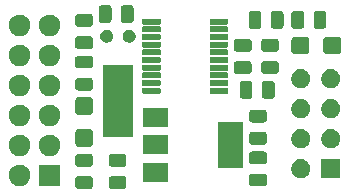
<source format=gts>
G04 #@! TF.GenerationSoftware,KiCad,Pcbnew,(5.1.5)-3*
G04 #@! TF.CreationDate,2020-03-15T16:40:33+08:00*
G04 #@! TF.ProjectId,InHub_Sub,496e4875-625f-4537-9562-2e6b69636164,rev?*
G04 #@! TF.SameCoordinates,Original*
G04 #@! TF.FileFunction,Soldermask,Top*
G04 #@! TF.FilePolarity,Negative*
%FSLAX46Y46*%
G04 Gerber Fmt 4.6, Leading zero omitted, Abs format (unit mm)*
G04 Created by KiCad (PCBNEW (5.1.5)-3) date 2020-03-15 16:40:33*
%MOMM*%
%LPD*%
G04 APERTURE LIST*
%ADD10C,0.100000*%
G04 APERTURE END LIST*
D10*
G36*
X58766376Y-89608789D02*
G01*
X58813279Y-89623016D01*
X58856499Y-89646118D01*
X58894387Y-89677213D01*
X58925482Y-89715101D01*
X58948584Y-89758321D01*
X58962811Y-89805224D01*
X58967800Y-89855877D01*
X58967800Y-90428723D01*
X58962811Y-90479376D01*
X58948584Y-90526279D01*
X58925482Y-90569499D01*
X58894387Y-90607387D01*
X58856499Y-90638482D01*
X58813279Y-90661584D01*
X58766376Y-90675811D01*
X58715723Y-90680800D01*
X57717877Y-90680800D01*
X57667224Y-90675811D01*
X57620321Y-90661584D01*
X57577101Y-90638482D01*
X57539213Y-90607387D01*
X57508118Y-90569499D01*
X57485016Y-90526279D01*
X57470789Y-90479376D01*
X57465800Y-90428723D01*
X57465800Y-89855877D01*
X57470789Y-89805224D01*
X57485016Y-89758321D01*
X57508118Y-89715101D01*
X57539213Y-89677213D01*
X57577101Y-89646118D01*
X57620321Y-89623016D01*
X57667224Y-89608789D01*
X57717877Y-89603800D01*
X58715723Y-89603800D01*
X58766376Y-89608789D01*
G37*
G36*
X55928076Y-89608789D02*
G01*
X55974979Y-89623016D01*
X56018199Y-89646118D01*
X56056087Y-89677213D01*
X56087182Y-89715101D01*
X56110284Y-89758321D01*
X56124511Y-89805224D01*
X56129500Y-89855877D01*
X56129500Y-90428723D01*
X56124511Y-90479376D01*
X56110284Y-90526279D01*
X56087182Y-90569499D01*
X56056087Y-90607387D01*
X56018199Y-90638482D01*
X55974979Y-90661584D01*
X55928076Y-90675811D01*
X55877423Y-90680800D01*
X54879577Y-90680800D01*
X54828924Y-90675811D01*
X54782021Y-90661584D01*
X54738801Y-90638482D01*
X54700913Y-90607387D01*
X54669818Y-90569499D01*
X54646716Y-90526279D01*
X54632489Y-90479376D01*
X54627500Y-90428723D01*
X54627500Y-89855877D01*
X54632489Y-89805224D01*
X54646716Y-89758321D01*
X54669818Y-89715101D01*
X54700913Y-89677213D01*
X54738801Y-89646118D01*
X54782021Y-89623016D01*
X54828924Y-89608789D01*
X54879577Y-89603800D01*
X55877423Y-89603800D01*
X55928076Y-89608789D01*
G37*
G36*
X70653576Y-89392889D02*
G01*
X70700479Y-89407116D01*
X70743699Y-89430218D01*
X70781587Y-89461313D01*
X70812682Y-89499201D01*
X70835784Y-89542421D01*
X70850011Y-89589324D01*
X70855000Y-89639977D01*
X70855000Y-90212823D01*
X70850011Y-90263476D01*
X70835784Y-90310379D01*
X70812682Y-90353599D01*
X70781587Y-90391487D01*
X70743699Y-90422582D01*
X70700479Y-90445684D01*
X70653576Y-90459911D01*
X70602923Y-90464900D01*
X69605077Y-90464900D01*
X69554424Y-90459911D01*
X69507521Y-90445684D01*
X69464301Y-90422582D01*
X69426413Y-90391487D01*
X69395318Y-90353599D01*
X69372216Y-90310379D01*
X69357989Y-90263476D01*
X69353000Y-90212823D01*
X69353000Y-89639977D01*
X69357989Y-89589324D01*
X69372216Y-89542421D01*
X69395318Y-89499201D01*
X69426413Y-89461313D01*
X69464301Y-89430218D01*
X69507521Y-89407116D01*
X69554424Y-89392889D01*
X69605077Y-89387900D01*
X70602923Y-89387900D01*
X70653576Y-89392889D01*
G37*
G36*
X50180512Y-88670424D02*
G01*
X50344484Y-88738344D01*
X50492054Y-88836947D01*
X50617553Y-88962446D01*
X50716156Y-89110016D01*
X50784076Y-89273988D01*
X50818700Y-89448059D01*
X50818700Y-89625541D01*
X50784076Y-89799612D01*
X50716156Y-89963584D01*
X50617553Y-90111154D01*
X50492054Y-90236653D01*
X50344484Y-90335256D01*
X50180512Y-90403176D01*
X50006441Y-90437800D01*
X49828959Y-90437800D01*
X49654888Y-90403176D01*
X49490916Y-90335256D01*
X49343346Y-90236653D01*
X49217847Y-90111154D01*
X49119244Y-89963584D01*
X49051324Y-89799612D01*
X49016700Y-89625541D01*
X49016700Y-89448059D01*
X49051324Y-89273988D01*
X49119244Y-89110016D01*
X49217847Y-88962446D01*
X49343346Y-88836947D01*
X49490916Y-88738344D01*
X49654888Y-88670424D01*
X49828959Y-88635800D01*
X50006441Y-88635800D01*
X50180512Y-88670424D01*
G37*
G36*
X53358700Y-90437800D02*
G01*
X51556700Y-90437800D01*
X51556700Y-88635800D01*
X53358700Y-88635800D01*
X53358700Y-90437800D01*
G37*
G36*
X62493200Y-90070600D02*
G01*
X60391200Y-90070600D01*
X60391200Y-88468600D01*
X62493200Y-88468600D01*
X62493200Y-90070600D01*
G37*
G36*
X77076500Y-89789200D02*
G01*
X75450500Y-89789200D01*
X75450500Y-88163200D01*
X77076500Y-88163200D01*
X77076500Y-89789200D01*
G37*
G36*
X73960643Y-88194443D02*
G01*
X74108601Y-88255729D01*
X74197573Y-88315178D01*
X74241757Y-88344701D01*
X74354999Y-88457943D01*
X74368801Y-88478599D01*
X74443971Y-88591099D01*
X74500238Y-88726939D01*
X74505257Y-88739057D01*
X74524729Y-88836947D01*
X74536500Y-88896127D01*
X74536500Y-89056273D01*
X74505257Y-89213343D01*
X74443971Y-89361301D01*
X74397922Y-89430218D01*
X74354999Y-89494457D01*
X74241757Y-89607699D01*
X74218833Y-89623016D01*
X74108601Y-89696671D01*
X74043919Y-89723463D01*
X73960643Y-89757957D01*
X73803574Y-89789200D01*
X73643426Y-89789200D01*
X73486357Y-89757957D01*
X73403081Y-89723463D01*
X73338399Y-89696671D01*
X73228167Y-89623016D01*
X73205243Y-89607699D01*
X73092001Y-89494457D01*
X73049078Y-89430218D01*
X73003029Y-89361301D01*
X72941743Y-89213343D01*
X72910500Y-89056273D01*
X72910500Y-88896127D01*
X72922272Y-88836947D01*
X72941743Y-88739057D01*
X72946762Y-88726939D01*
X73003029Y-88591099D01*
X73078199Y-88478599D01*
X73092001Y-88457943D01*
X73205243Y-88344701D01*
X73249427Y-88315178D01*
X73338399Y-88255729D01*
X73486357Y-88194443D01*
X73643426Y-88163200D01*
X73803574Y-88163200D01*
X73960643Y-88194443D01*
G37*
G36*
X68793200Y-88920600D02*
G01*
X66691200Y-88920600D01*
X66691200Y-85018600D01*
X68793200Y-85018600D01*
X68793200Y-88920600D01*
G37*
G36*
X55928076Y-87733789D02*
G01*
X55974979Y-87748016D01*
X56018199Y-87771118D01*
X56056087Y-87802213D01*
X56087182Y-87840101D01*
X56110284Y-87883321D01*
X56124511Y-87930224D01*
X56129500Y-87980877D01*
X56129500Y-88553723D01*
X56124511Y-88604376D01*
X56110284Y-88651279D01*
X56087182Y-88694499D01*
X56056087Y-88732387D01*
X56018199Y-88763482D01*
X55974979Y-88786584D01*
X55928076Y-88800811D01*
X55877423Y-88805800D01*
X54879577Y-88805800D01*
X54828924Y-88800811D01*
X54782021Y-88786584D01*
X54738801Y-88763482D01*
X54700913Y-88732387D01*
X54669818Y-88694499D01*
X54646716Y-88651279D01*
X54632489Y-88604376D01*
X54627500Y-88553723D01*
X54627500Y-87980877D01*
X54632489Y-87930224D01*
X54646716Y-87883321D01*
X54669818Y-87840101D01*
X54700913Y-87802213D01*
X54738801Y-87771118D01*
X54782021Y-87748016D01*
X54828924Y-87733789D01*
X54879577Y-87728800D01*
X55877423Y-87728800D01*
X55928076Y-87733789D01*
G37*
G36*
X58766376Y-87733789D02*
G01*
X58813279Y-87748016D01*
X58856499Y-87771118D01*
X58894387Y-87802213D01*
X58925482Y-87840101D01*
X58948584Y-87883321D01*
X58962811Y-87930224D01*
X58967800Y-87980877D01*
X58967800Y-88553723D01*
X58962811Y-88604376D01*
X58948584Y-88651279D01*
X58925482Y-88694499D01*
X58894387Y-88732387D01*
X58856499Y-88763482D01*
X58813279Y-88786584D01*
X58766376Y-88800811D01*
X58715723Y-88805800D01*
X57717877Y-88805800D01*
X57667224Y-88800811D01*
X57620321Y-88786584D01*
X57577101Y-88763482D01*
X57539213Y-88732387D01*
X57508118Y-88694499D01*
X57485016Y-88651279D01*
X57470789Y-88604376D01*
X57465800Y-88553723D01*
X57465800Y-87980877D01*
X57470789Y-87930224D01*
X57485016Y-87883321D01*
X57508118Y-87840101D01*
X57539213Y-87802213D01*
X57577101Y-87771118D01*
X57620321Y-87748016D01*
X57667224Y-87733789D01*
X57717877Y-87728800D01*
X58715723Y-87728800D01*
X58766376Y-87733789D01*
G37*
G36*
X70653576Y-87517889D02*
G01*
X70700479Y-87532116D01*
X70743699Y-87555218D01*
X70781587Y-87586313D01*
X70812682Y-87624201D01*
X70835784Y-87667421D01*
X70850011Y-87714324D01*
X70855000Y-87764977D01*
X70855000Y-88337823D01*
X70850011Y-88388476D01*
X70835784Y-88435379D01*
X70812682Y-88478599D01*
X70781587Y-88516487D01*
X70743699Y-88547582D01*
X70700479Y-88570684D01*
X70653576Y-88584911D01*
X70602923Y-88589900D01*
X69605077Y-88589900D01*
X69554424Y-88584911D01*
X69507521Y-88570684D01*
X69464301Y-88547582D01*
X69426413Y-88516487D01*
X69395318Y-88478599D01*
X69372216Y-88435379D01*
X69357989Y-88388476D01*
X69353000Y-88337823D01*
X69353000Y-87764977D01*
X69357989Y-87714324D01*
X69372216Y-87667421D01*
X69395318Y-87624201D01*
X69426413Y-87586313D01*
X69464301Y-87555218D01*
X69507521Y-87532116D01*
X69554424Y-87517889D01*
X69605077Y-87512900D01*
X70602923Y-87512900D01*
X70653576Y-87517889D01*
G37*
G36*
X52720512Y-86130424D02*
G01*
X52884484Y-86198344D01*
X53032054Y-86296947D01*
X53157553Y-86422446D01*
X53256156Y-86570016D01*
X53324076Y-86733988D01*
X53358700Y-86908059D01*
X53358700Y-87085541D01*
X53324076Y-87259612D01*
X53256156Y-87423584D01*
X53157553Y-87571154D01*
X53032054Y-87696653D01*
X52884484Y-87795256D01*
X52720512Y-87863176D01*
X52546441Y-87897800D01*
X52368959Y-87897800D01*
X52194888Y-87863176D01*
X52030916Y-87795256D01*
X51883346Y-87696653D01*
X51757847Y-87571154D01*
X51659244Y-87423584D01*
X51591324Y-87259612D01*
X51556700Y-87085541D01*
X51556700Y-86908059D01*
X51591324Y-86733988D01*
X51659244Y-86570016D01*
X51757847Y-86422446D01*
X51883346Y-86296947D01*
X52030916Y-86198344D01*
X52194888Y-86130424D01*
X52368959Y-86095800D01*
X52546441Y-86095800D01*
X52720512Y-86130424D01*
G37*
G36*
X50180512Y-86130424D02*
G01*
X50344484Y-86198344D01*
X50492054Y-86296947D01*
X50617553Y-86422446D01*
X50716156Y-86570016D01*
X50784076Y-86733988D01*
X50818700Y-86908059D01*
X50818700Y-87085541D01*
X50784076Y-87259612D01*
X50716156Y-87423584D01*
X50617553Y-87571154D01*
X50492054Y-87696653D01*
X50344484Y-87795256D01*
X50180512Y-87863176D01*
X50006441Y-87897800D01*
X49828959Y-87897800D01*
X49654888Y-87863176D01*
X49490916Y-87795256D01*
X49343346Y-87696653D01*
X49217847Y-87571154D01*
X49119244Y-87423584D01*
X49051324Y-87259612D01*
X49016700Y-87085541D01*
X49016700Y-86908059D01*
X49051324Y-86733988D01*
X49119244Y-86570016D01*
X49217847Y-86422446D01*
X49343346Y-86296947D01*
X49490916Y-86198344D01*
X49654888Y-86130424D01*
X49828959Y-86095800D01*
X50006441Y-86095800D01*
X50180512Y-86130424D01*
G37*
G36*
X62493200Y-87770600D02*
G01*
X60391200Y-87770600D01*
X60391200Y-86168600D01*
X62493200Y-86168600D01*
X62493200Y-87770600D01*
G37*
G36*
X76500643Y-85654443D02*
G01*
X76648601Y-85715729D01*
X76734186Y-85772915D01*
X76781757Y-85804701D01*
X76894999Y-85917943D01*
X76924522Y-85962127D01*
X76983971Y-86051099D01*
X77013371Y-86122077D01*
X77045257Y-86199057D01*
X77067942Y-86313100D01*
X77076500Y-86356127D01*
X77076500Y-86516273D01*
X77045257Y-86673343D01*
X76983971Y-86821301D01*
X76926001Y-86908059D01*
X76894999Y-86954457D01*
X76781757Y-87067699D01*
X76759996Y-87082239D01*
X76648601Y-87156671D01*
X76500643Y-87217957D01*
X76343574Y-87249200D01*
X76183426Y-87249200D01*
X76026357Y-87217957D01*
X75878399Y-87156671D01*
X75767004Y-87082239D01*
X75745243Y-87067699D01*
X75632001Y-86954457D01*
X75600999Y-86908059D01*
X75543029Y-86821301D01*
X75481743Y-86673343D01*
X75450500Y-86516273D01*
X75450500Y-86356127D01*
X75459059Y-86313100D01*
X75481743Y-86199057D01*
X75513629Y-86122077D01*
X75543029Y-86051099D01*
X75602478Y-85962127D01*
X75632001Y-85917943D01*
X75745243Y-85804701D01*
X75792814Y-85772915D01*
X75878399Y-85715729D01*
X76026357Y-85654443D01*
X76183426Y-85623200D01*
X76343574Y-85623200D01*
X76500643Y-85654443D01*
G37*
G36*
X73960643Y-85654443D02*
G01*
X74108601Y-85715729D01*
X74194186Y-85772915D01*
X74241757Y-85804701D01*
X74354999Y-85917943D01*
X74384522Y-85962127D01*
X74443971Y-86051099D01*
X74473371Y-86122077D01*
X74505257Y-86199057D01*
X74527942Y-86313100D01*
X74536500Y-86356127D01*
X74536500Y-86516273D01*
X74505257Y-86673343D01*
X74443971Y-86821301D01*
X74386001Y-86908059D01*
X74354999Y-86954457D01*
X74241757Y-87067699D01*
X74219996Y-87082239D01*
X74108601Y-87156671D01*
X73960643Y-87217957D01*
X73803574Y-87249200D01*
X73643426Y-87249200D01*
X73486357Y-87217957D01*
X73338399Y-87156671D01*
X73227004Y-87082239D01*
X73205243Y-87067699D01*
X73092001Y-86954457D01*
X73060999Y-86908059D01*
X73003029Y-86821301D01*
X72941743Y-86673343D01*
X72910500Y-86516273D01*
X72910500Y-86356127D01*
X72919059Y-86313100D01*
X72941743Y-86199057D01*
X72973629Y-86122077D01*
X73003029Y-86051099D01*
X73062478Y-85962127D01*
X73092001Y-85917943D01*
X73205243Y-85804701D01*
X73252814Y-85772915D01*
X73338399Y-85715729D01*
X73486357Y-85654443D01*
X73643426Y-85623200D01*
X73803574Y-85623200D01*
X73960643Y-85654443D01*
G37*
G36*
X55907342Y-85626553D02*
G01*
X55953251Y-85640479D01*
X55995558Y-85663093D01*
X56032641Y-85693525D01*
X56063073Y-85730608D01*
X56085687Y-85772915D01*
X56099613Y-85818824D01*
X56104500Y-85868443D01*
X56104500Y-86876889D01*
X56099613Y-86926508D01*
X56085687Y-86972417D01*
X56063073Y-87014724D01*
X56032641Y-87051807D01*
X55995558Y-87082239D01*
X55953251Y-87104853D01*
X55907342Y-87118779D01*
X55857723Y-87123666D01*
X54899277Y-87123666D01*
X54849658Y-87118779D01*
X54803749Y-87104853D01*
X54761442Y-87082239D01*
X54724359Y-87051807D01*
X54693927Y-87014724D01*
X54671313Y-86972417D01*
X54657387Y-86926508D01*
X54652500Y-86876889D01*
X54652500Y-85868443D01*
X54657387Y-85818824D01*
X54671313Y-85772915D01*
X54693927Y-85730608D01*
X54724359Y-85693525D01*
X54761442Y-85663093D01*
X54803749Y-85640479D01*
X54849658Y-85626553D01*
X54899277Y-85621666D01*
X55857723Y-85621666D01*
X55907342Y-85626553D01*
G37*
G36*
X70653576Y-85874989D02*
G01*
X70700479Y-85889216D01*
X70743699Y-85912318D01*
X70781587Y-85943413D01*
X70812682Y-85981301D01*
X70835784Y-86024521D01*
X70850011Y-86071424D01*
X70855000Y-86122077D01*
X70855000Y-86694923D01*
X70850011Y-86745576D01*
X70835784Y-86792479D01*
X70812682Y-86835699D01*
X70781587Y-86873587D01*
X70743699Y-86904682D01*
X70700479Y-86927784D01*
X70653576Y-86942011D01*
X70602923Y-86947000D01*
X69605077Y-86947000D01*
X69554424Y-86942011D01*
X69507521Y-86927784D01*
X69464301Y-86904682D01*
X69426413Y-86873587D01*
X69395318Y-86835699D01*
X69372216Y-86792479D01*
X69357989Y-86745576D01*
X69353000Y-86694923D01*
X69353000Y-86122077D01*
X69357989Y-86071424D01*
X69372216Y-86024521D01*
X69395318Y-85981301D01*
X69426413Y-85943413D01*
X69464301Y-85912318D01*
X69507521Y-85889216D01*
X69554424Y-85874989D01*
X69605077Y-85870000D01*
X70602923Y-85870000D01*
X70653576Y-85874989D01*
G37*
G36*
X59545600Y-86313100D02*
G01*
X56943600Y-86313100D01*
X56943600Y-80211100D01*
X59545600Y-80211100D01*
X59545600Y-86313100D01*
G37*
G36*
X62493200Y-85470600D02*
G01*
X60391200Y-85470600D01*
X60391200Y-83868600D01*
X62493200Y-83868600D01*
X62493200Y-85470600D01*
G37*
G36*
X50180512Y-83590424D02*
G01*
X50344484Y-83658344D01*
X50492054Y-83756947D01*
X50617553Y-83882446D01*
X50716156Y-84030016D01*
X50784076Y-84193988D01*
X50818700Y-84368059D01*
X50818700Y-84545541D01*
X50784076Y-84719612D01*
X50716156Y-84883584D01*
X50617553Y-85031154D01*
X50492054Y-85156653D01*
X50344484Y-85255256D01*
X50180512Y-85323176D01*
X50006441Y-85357800D01*
X49828959Y-85357800D01*
X49654888Y-85323176D01*
X49490916Y-85255256D01*
X49343346Y-85156653D01*
X49217847Y-85031154D01*
X49119244Y-84883584D01*
X49051324Y-84719612D01*
X49016700Y-84545541D01*
X49016700Y-84368059D01*
X49051324Y-84193988D01*
X49119244Y-84030016D01*
X49217847Y-83882446D01*
X49343346Y-83756947D01*
X49490916Y-83658344D01*
X49654888Y-83590424D01*
X49828959Y-83555800D01*
X50006441Y-83555800D01*
X50180512Y-83590424D01*
G37*
G36*
X52720512Y-83590424D02*
G01*
X52884484Y-83658344D01*
X53032054Y-83756947D01*
X53157553Y-83882446D01*
X53256156Y-84030016D01*
X53324076Y-84193988D01*
X53358700Y-84368059D01*
X53358700Y-84545541D01*
X53324076Y-84719612D01*
X53256156Y-84883584D01*
X53157553Y-85031154D01*
X53032054Y-85156653D01*
X52884484Y-85255256D01*
X52720512Y-85323176D01*
X52546441Y-85357800D01*
X52368959Y-85357800D01*
X52194888Y-85323176D01*
X52030916Y-85255256D01*
X51883346Y-85156653D01*
X51757847Y-85031154D01*
X51659244Y-84883584D01*
X51591324Y-84719612D01*
X51556700Y-84545541D01*
X51556700Y-84368059D01*
X51591324Y-84193988D01*
X51659244Y-84030016D01*
X51757847Y-83882446D01*
X51883346Y-83756947D01*
X52030916Y-83658344D01*
X52194888Y-83590424D01*
X52368959Y-83555800D01*
X52546441Y-83555800D01*
X52720512Y-83590424D01*
G37*
G36*
X70653576Y-83999989D02*
G01*
X70700479Y-84014216D01*
X70743699Y-84037318D01*
X70781587Y-84068413D01*
X70812682Y-84106301D01*
X70835784Y-84149521D01*
X70850011Y-84196424D01*
X70855000Y-84247077D01*
X70855000Y-84819923D01*
X70850011Y-84870576D01*
X70835784Y-84917479D01*
X70812682Y-84960699D01*
X70781587Y-84998587D01*
X70743699Y-85029682D01*
X70700479Y-85052784D01*
X70653576Y-85067011D01*
X70602923Y-85072000D01*
X69605077Y-85072000D01*
X69554424Y-85067011D01*
X69507521Y-85052784D01*
X69464301Y-85029682D01*
X69426413Y-84998587D01*
X69395318Y-84960699D01*
X69372216Y-84917479D01*
X69357989Y-84870576D01*
X69353000Y-84819923D01*
X69353000Y-84247077D01*
X69357989Y-84196424D01*
X69372216Y-84149521D01*
X69395318Y-84106301D01*
X69426413Y-84068413D01*
X69464301Y-84037318D01*
X69507521Y-84014216D01*
X69554424Y-83999989D01*
X69605077Y-83995000D01*
X70602923Y-83995000D01*
X70653576Y-83999989D01*
G37*
G36*
X76500643Y-83114443D02*
G01*
X76648601Y-83175729D01*
X76781758Y-83264702D01*
X76894998Y-83377942D01*
X76983971Y-83511099D01*
X77016828Y-83590424D01*
X77045257Y-83659057D01*
X77076500Y-83816126D01*
X77076500Y-83976274D01*
X77063749Y-84040377D01*
X77045257Y-84133343D01*
X76983971Y-84281301D01*
X76894998Y-84414458D01*
X76781758Y-84527698D01*
X76648601Y-84616671D01*
X76500643Y-84677957D01*
X76343574Y-84709200D01*
X76183426Y-84709200D01*
X76026357Y-84677957D01*
X75878399Y-84616671D01*
X75745242Y-84527698D01*
X75632002Y-84414458D01*
X75543029Y-84281301D01*
X75481743Y-84133343D01*
X75463251Y-84040377D01*
X75450500Y-83976274D01*
X75450500Y-83816126D01*
X75481743Y-83659057D01*
X75510172Y-83590424D01*
X75543029Y-83511099D01*
X75632002Y-83377942D01*
X75745242Y-83264702D01*
X75878399Y-83175729D01*
X76026357Y-83114443D01*
X76183426Y-83083200D01*
X76343574Y-83083200D01*
X76500643Y-83114443D01*
G37*
G36*
X73960643Y-83114443D02*
G01*
X74108601Y-83175729D01*
X74241758Y-83264702D01*
X74354998Y-83377942D01*
X74443971Y-83511099D01*
X74476828Y-83590424D01*
X74505257Y-83659057D01*
X74536500Y-83816126D01*
X74536500Y-83976274D01*
X74523749Y-84040377D01*
X74505257Y-84133343D01*
X74443971Y-84281301D01*
X74354998Y-84414458D01*
X74241758Y-84527698D01*
X74108601Y-84616671D01*
X73960643Y-84677957D01*
X73803574Y-84709200D01*
X73643426Y-84709200D01*
X73486357Y-84677957D01*
X73338399Y-84616671D01*
X73205242Y-84527698D01*
X73092002Y-84414458D01*
X73003029Y-84281301D01*
X72941743Y-84133343D01*
X72923251Y-84040377D01*
X72910500Y-83976274D01*
X72910500Y-83816126D01*
X72941743Y-83659057D01*
X72970172Y-83590424D01*
X73003029Y-83511099D01*
X73092002Y-83377942D01*
X73205242Y-83264702D01*
X73338399Y-83175729D01*
X73486357Y-83114443D01*
X73643426Y-83083200D01*
X73803574Y-83083200D01*
X73960643Y-83114443D01*
G37*
G36*
X55907342Y-82926553D02*
G01*
X55953251Y-82940479D01*
X55995558Y-82963093D01*
X56032641Y-82993525D01*
X56063073Y-83030608D01*
X56085687Y-83072915D01*
X56099613Y-83118824D01*
X56104500Y-83168443D01*
X56104500Y-84176889D01*
X56099613Y-84226508D01*
X56085687Y-84272417D01*
X56063073Y-84314724D01*
X56032641Y-84351807D01*
X55995558Y-84382239D01*
X55953251Y-84404853D01*
X55907342Y-84418779D01*
X55857723Y-84423666D01*
X54899277Y-84423666D01*
X54849658Y-84418779D01*
X54803749Y-84404853D01*
X54761442Y-84382239D01*
X54724359Y-84351807D01*
X54693927Y-84314724D01*
X54671313Y-84272417D01*
X54657387Y-84226508D01*
X54652500Y-84176889D01*
X54652500Y-83168443D01*
X54657387Y-83118824D01*
X54671313Y-83072915D01*
X54693927Y-83030608D01*
X54724359Y-82993525D01*
X54761442Y-82963093D01*
X54803749Y-82940479D01*
X54849658Y-82926553D01*
X54899277Y-82921666D01*
X55857723Y-82921666D01*
X55907342Y-82926553D01*
G37*
G36*
X69434076Y-81551789D02*
G01*
X69480979Y-81566016D01*
X69524199Y-81589118D01*
X69562087Y-81620213D01*
X69593182Y-81658101D01*
X69616284Y-81701321D01*
X69630511Y-81748224D01*
X69635500Y-81798877D01*
X69635500Y-82796723D01*
X69630511Y-82847376D01*
X69616284Y-82894279D01*
X69593182Y-82937499D01*
X69562087Y-82975387D01*
X69524199Y-83006482D01*
X69480979Y-83029584D01*
X69434076Y-83043811D01*
X69383423Y-83048800D01*
X68810577Y-83048800D01*
X68759924Y-83043811D01*
X68713021Y-83029584D01*
X68669801Y-83006482D01*
X68631913Y-82975387D01*
X68600818Y-82937499D01*
X68577716Y-82894279D01*
X68563489Y-82847376D01*
X68558500Y-82796723D01*
X68558500Y-81798877D01*
X68563489Y-81748224D01*
X68577716Y-81701321D01*
X68600818Y-81658101D01*
X68631913Y-81620213D01*
X68669801Y-81589118D01*
X68713021Y-81566016D01*
X68759924Y-81551789D01*
X68810577Y-81546800D01*
X69383423Y-81546800D01*
X69434076Y-81551789D01*
G37*
G36*
X71309076Y-81551789D02*
G01*
X71355979Y-81566016D01*
X71399199Y-81589118D01*
X71437087Y-81620213D01*
X71468182Y-81658101D01*
X71491284Y-81701321D01*
X71505511Y-81748224D01*
X71510500Y-81798877D01*
X71510500Y-82796723D01*
X71505511Y-82847376D01*
X71491284Y-82894279D01*
X71468182Y-82937499D01*
X71437087Y-82975387D01*
X71399199Y-83006482D01*
X71355979Y-83029584D01*
X71309076Y-83043811D01*
X71258423Y-83048800D01*
X70685577Y-83048800D01*
X70634924Y-83043811D01*
X70588021Y-83029584D01*
X70544801Y-83006482D01*
X70506913Y-82975387D01*
X70475818Y-82937499D01*
X70452716Y-82894279D01*
X70438489Y-82847376D01*
X70433500Y-82796723D01*
X70433500Y-81798877D01*
X70438489Y-81748224D01*
X70452716Y-81701321D01*
X70475818Y-81658101D01*
X70506913Y-81620213D01*
X70544801Y-81589118D01*
X70588021Y-81566016D01*
X70634924Y-81551789D01*
X70685577Y-81546800D01*
X71258423Y-81546800D01*
X71309076Y-81551789D01*
G37*
G36*
X50180512Y-81050424D02*
G01*
X50344484Y-81118344D01*
X50492054Y-81216947D01*
X50617553Y-81342446D01*
X50716156Y-81490016D01*
X50784076Y-81653988D01*
X50818700Y-81828059D01*
X50818700Y-82005541D01*
X50784076Y-82179612D01*
X50716156Y-82343584D01*
X50617553Y-82491154D01*
X50492054Y-82616653D01*
X50344484Y-82715256D01*
X50180512Y-82783176D01*
X50006441Y-82817800D01*
X49828959Y-82817800D01*
X49654888Y-82783176D01*
X49490916Y-82715256D01*
X49343346Y-82616653D01*
X49217847Y-82491154D01*
X49119244Y-82343584D01*
X49051324Y-82179612D01*
X49016700Y-82005541D01*
X49016700Y-81828059D01*
X49051324Y-81653988D01*
X49119244Y-81490016D01*
X49217847Y-81342446D01*
X49343346Y-81216947D01*
X49490916Y-81118344D01*
X49654888Y-81050424D01*
X49828959Y-81015800D01*
X50006441Y-81015800D01*
X50180512Y-81050424D01*
G37*
G36*
X52720512Y-81050424D02*
G01*
X52884484Y-81118344D01*
X53032054Y-81216947D01*
X53157553Y-81342446D01*
X53256156Y-81490016D01*
X53324076Y-81653988D01*
X53358700Y-81828059D01*
X53358700Y-82005541D01*
X53324076Y-82179612D01*
X53256156Y-82343584D01*
X53157553Y-82491154D01*
X53032054Y-82616653D01*
X52884484Y-82715256D01*
X52720512Y-82783176D01*
X52546441Y-82817800D01*
X52368959Y-82817800D01*
X52194888Y-82783176D01*
X52030916Y-82715256D01*
X51883346Y-82616653D01*
X51757847Y-82491154D01*
X51659244Y-82343584D01*
X51591324Y-82179612D01*
X51556700Y-82005541D01*
X51556700Y-81828059D01*
X51591324Y-81653988D01*
X51659244Y-81490016D01*
X51757847Y-81342446D01*
X51883346Y-81216947D01*
X52030916Y-81118344D01*
X52194888Y-81050424D01*
X52368959Y-81015800D01*
X52546441Y-81015800D01*
X52720512Y-81050424D01*
G37*
G36*
X67497085Y-82127427D02*
G01*
X67517016Y-82133473D01*
X67535386Y-82143292D01*
X67551491Y-82156509D01*
X67564708Y-82172614D01*
X67574527Y-82190984D01*
X67580573Y-82210915D01*
X67582800Y-82233526D01*
X67582800Y-82518874D01*
X67580573Y-82541485D01*
X67574527Y-82561416D01*
X67564708Y-82579786D01*
X67551491Y-82595891D01*
X67535386Y-82609108D01*
X67517016Y-82618927D01*
X67497085Y-82624973D01*
X67474474Y-82627200D01*
X66114126Y-82627200D01*
X66091515Y-82624973D01*
X66071584Y-82618927D01*
X66053214Y-82609108D01*
X66037109Y-82595891D01*
X66023892Y-82579786D01*
X66014073Y-82561416D01*
X66008027Y-82541485D01*
X66005800Y-82518874D01*
X66005800Y-82233526D01*
X66008027Y-82210915D01*
X66014073Y-82190984D01*
X66023892Y-82172614D01*
X66037109Y-82156509D01*
X66053214Y-82143292D01*
X66071584Y-82133473D01*
X66091515Y-82127427D01*
X66114126Y-82125200D01*
X67474474Y-82125200D01*
X67497085Y-82127427D01*
G37*
G36*
X61772085Y-82127427D02*
G01*
X61792016Y-82133473D01*
X61810386Y-82143292D01*
X61826491Y-82156509D01*
X61839708Y-82172614D01*
X61849527Y-82190984D01*
X61855573Y-82210915D01*
X61857800Y-82233526D01*
X61857800Y-82518874D01*
X61855573Y-82541485D01*
X61849527Y-82561416D01*
X61839708Y-82579786D01*
X61826491Y-82595891D01*
X61810386Y-82609108D01*
X61792016Y-82618927D01*
X61772085Y-82624973D01*
X61749474Y-82627200D01*
X60389126Y-82627200D01*
X60366515Y-82624973D01*
X60346584Y-82618927D01*
X60328214Y-82609108D01*
X60312109Y-82595891D01*
X60298892Y-82579786D01*
X60289073Y-82561416D01*
X60283027Y-82541485D01*
X60280800Y-82518874D01*
X60280800Y-82233526D01*
X60283027Y-82210915D01*
X60289073Y-82190984D01*
X60298892Y-82172614D01*
X60312109Y-82156509D01*
X60328214Y-82143292D01*
X60346584Y-82133473D01*
X60366515Y-82127427D01*
X60389126Y-82125200D01*
X61749474Y-82125200D01*
X61772085Y-82127427D01*
G37*
G36*
X55928076Y-81289522D02*
G01*
X55974979Y-81303749D01*
X56018199Y-81326851D01*
X56056087Y-81357946D01*
X56087182Y-81395834D01*
X56110284Y-81439054D01*
X56124511Y-81485957D01*
X56129500Y-81536610D01*
X56129500Y-82109456D01*
X56124511Y-82160109D01*
X56110284Y-82207012D01*
X56087182Y-82250232D01*
X56056087Y-82288120D01*
X56018199Y-82319215D01*
X55974979Y-82342317D01*
X55928076Y-82356544D01*
X55877423Y-82361533D01*
X54879577Y-82361533D01*
X54828924Y-82356544D01*
X54782021Y-82342317D01*
X54738801Y-82319215D01*
X54700913Y-82288120D01*
X54669818Y-82250232D01*
X54646716Y-82207012D01*
X54632489Y-82160109D01*
X54627500Y-82109456D01*
X54627500Y-81536610D01*
X54632489Y-81485957D01*
X54646716Y-81439054D01*
X54669818Y-81395834D01*
X54700913Y-81357946D01*
X54738801Y-81326851D01*
X54782021Y-81303749D01*
X54828924Y-81289522D01*
X54879577Y-81284533D01*
X55877423Y-81284533D01*
X55928076Y-81289522D01*
G37*
G36*
X73846306Y-80551700D02*
G01*
X73960643Y-80574443D01*
X74108601Y-80635729D01*
X74176428Y-80681050D01*
X74241757Y-80724701D01*
X74354999Y-80837943D01*
X74358573Y-80843292D01*
X74443971Y-80971099D01*
X74476828Y-81050424D01*
X74505257Y-81119057D01*
X74536500Y-81276126D01*
X74536500Y-81436274D01*
X74519326Y-81522614D01*
X74505257Y-81593343D01*
X74443971Y-81741301D01*
X74439345Y-81748224D01*
X74370205Y-81851700D01*
X74354998Y-81874458D01*
X74241758Y-81987698D01*
X74108601Y-82076671D01*
X73971468Y-82133473D01*
X73960643Y-82137957D01*
X73803574Y-82169200D01*
X73643426Y-82169200D01*
X73486357Y-82137957D01*
X73475532Y-82133473D01*
X73338399Y-82076671D01*
X73205242Y-81987698D01*
X73092002Y-81874458D01*
X73076796Y-81851700D01*
X73007655Y-81748224D01*
X73003029Y-81741301D01*
X72941743Y-81593343D01*
X72927674Y-81522614D01*
X72910500Y-81436274D01*
X72910500Y-81276126D01*
X72941743Y-81119057D01*
X72970172Y-81050424D01*
X73003029Y-80971099D01*
X73088427Y-80843292D01*
X73092001Y-80837943D01*
X73205243Y-80724701D01*
X73270572Y-80681050D01*
X73338399Y-80635729D01*
X73486357Y-80574443D01*
X73600694Y-80551700D01*
X73643426Y-80543200D01*
X73803574Y-80543200D01*
X73846306Y-80551700D01*
G37*
G36*
X76386306Y-80551700D02*
G01*
X76500643Y-80574443D01*
X76648601Y-80635729D01*
X76716428Y-80681050D01*
X76781757Y-80724701D01*
X76894999Y-80837943D01*
X76898573Y-80843292D01*
X76983971Y-80971099D01*
X77016828Y-81050424D01*
X77045257Y-81119057D01*
X77076500Y-81276126D01*
X77076500Y-81436274D01*
X77059326Y-81522614D01*
X77045257Y-81593343D01*
X76983971Y-81741301D01*
X76979345Y-81748224D01*
X76910205Y-81851700D01*
X76894998Y-81874458D01*
X76781758Y-81987698D01*
X76648601Y-82076671D01*
X76511468Y-82133473D01*
X76500643Y-82137957D01*
X76343574Y-82169200D01*
X76183426Y-82169200D01*
X76026357Y-82137957D01*
X76015532Y-82133473D01*
X75878399Y-82076671D01*
X75745242Y-81987698D01*
X75632002Y-81874458D01*
X75616796Y-81851700D01*
X75547655Y-81748224D01*
X75543029Y-81741301D01*
X75481743Y-81593343D01*
X75467674Y-81522614D01*
X75450500Y-81436274D01*
X75450500Y-81276126D01*
X75481743Y-81119057D01*
X75510172Y-81050424D01*
X75543029Y-80971099D01*
X75628427Y-80843292D01*
X75632001Y-80837943D01*
X75745243Y-80724701D01*
X75810572Y-80681050D01*
X75878399Y-80635729D01*
X76026357Y-80574443D01*
X76140694Y-80551700D01*
X76183426Y-80543200D01*
X76343574Y-80543200D01*
X76386306Y-80551700D01*
G37*
G36*
X61772085Y-81477427D02*
G01*
X61792016Y-81483473D01*
X61810386Y-81493292D01*
X61826491Y-81506509D01*
X61839708Y-81522614D01*
X61849527Y-81540984D01*
X61855573Y-81560915D01*
X61857800Y-81583526D01*
X61857800Y-81868874D01*
X61855573Y-81891485D01*
X61849527Y-81911416D01*
X61839708Y-81929786D01*
X61826491Y-81945891D01*
X61810386Y-81959108D01*
X61792016Y-81968927D01*
X61772085Y-81974973D01*
X61749474Y-81977200D01*
X60389126Y-81977200D01*
X60366515Y-81974973D01*
X60346584Y-81968927D01*
X60328214Y-81959108D01*
X60312109Y-81945891D01*
X60298892Y-81929786D01*
X60289073Y-81911416D01*
X60283027Y-81891485D01*
X60280800Y-81868874D01*
X60280800Y-81583526D01*
X60283027Y-81560915D01*
X60289073Y-81540984D01*
X60298892Y-81522614D01*
X60312109Y-81506509D01*
X60328214Y-81493292D01*
X60346584Y-81483473D01*
X60366515Y-81477427D01*
X60389126Y-81475200D01*
X61749474Y-81475200D01*
X61772085Y-81477427D01*
G37*
G36*
X67497085Y-81477427D02*
G01*
X67517016Y-81483473D01*
X67535386Y-81493292D01*
X67551491Y-81506509D01*
X67564708Y-81522614D01*
X67574527Y-81540984D01*
X67580573Y-81560915D01*
X67582800Y-81583526D01*
X67582800Y-81868874D01*
X67580573Y-81891485D01*
X67574527Y-81911416D01*
X67564708Y-81929786D01*
X67551491Y-81945891D01*
X67535386Y-81959108D01*
X67517016Y-81968927D01*
X67497085Y-81974973D01*
X67474474Y-81977200D01*
X66114126Y-81977200D01*
X66091515Y-81974973D01*
X66071584Y-81968927D01*
X66053214Y-81959108D01*
X66037109Y-81945891D01*
X66023892Y-81929786D01*
X66014073Y-81911416D01*
X66008027Y-81891485D01*
X66005800Y-81868874D01*
X66005800Y-81583526D01*
X66008027Y-81560915D01*
X66014073Y-81540984D01*
X66023892Y-81522614D01*
X66037109Y-81506509D01*
X66053214Y-81493292D01*
X66071584Y-81483473D01*
X66091515Y-81477427D01*
X66114126Y-81475200D01*
X67474474Y-81475200D01*
X67497085Y-81477427D01*
G37*
G36*
X67497085Y-80827427D02*
G01*
X67517016Y-80833473D01*
X67535386Y-80843292D01*
X67551491Y-80856509D01*
X67564708Y-80872614D01*
X67574527Y-80890984D01*
X67580573Y-80910915D01*
X67582800Y-80933526D01*
X67582800Y-81218874D01*
X67580573Y-81241485D01*
X67574527Y-81261416D01*
X67564708Y-81279786D01*
X67551491Y-81295891D01*
X67535386Y-81309108D01*
X67517016Y-81318927D01*
X67497085Y-81324973D01*
X67474474Y-81327200D01*
X66114126Y-81327200D01*
X66091515Y-81324973D01*
X66071584Y-81318927D01*
X66053214Y-81309108D01*
X66037109Y-81295891D01*
X66023892Y-81279786D01*
X66014073Y-81261416D01*
X66008027Y-81241485D01*
X66005800Y-81218874D01*
X66005800Y-80933526D01*
X66008027Y-80910915D01*
X66014073Y-80890984D01*
X66023892Y-80872614D01*
X66037109Y-80856509D01*
X66053214Y-80843292D01*
X66071584Y-80833473D01*
X66091515Y-80827427D01*
X66114126Y-80825200D01*
X67474474Y-80825200D01*
X67497085Y-80827427D01*
G37*
G36*
X61772085Y-80827427D02*
G01*
X61792016Y-80833473D01*
X61810386Y-80843292D01*
X61826491Y-80856509D01*
X61839708Y-80872614D01*
X61849527Y-80890984D01*
X61855573Y-80910915D01*
X61857800Y-80933526D01*
X61857800Y-81218874D01*
X61855573Y-81241485D01*
X61849527Y-81261416D01*
X61839708Y-81279786D01*
X61826491Y-81295891D01*
X61810386Y-81309108D01*
X61792016Y-81318927D01*
X61772085Y-81324973D01*
X61749474Y-81327200D01*
X60389126Y-81327200D01*
X60366515Y-81324973D01*
X60346584Y-81318927D01*
X60328214Y-81309108D01*
X60312109Y-81295891D01*
X60298892Y-81279786D01*
X60289073Y-81261416D01*
X60283027Y-81241485D01*
X60280800Y-81218874D01*
X60280800Y-80933526D01*
X60283027Y-80910915D01*
X60289073Y-80890984D01*
X60298892Y-80872614D01*
X60312109Y-80856509D01*
X60328214Y-80843292D01*
X60346584Y-80833473D01*
X60366515Y-80827427D01*
X60389126Y-80825200D01*
X61749474Y-80825200D01*
X61772085Y-80827427D01*
G37*
G36*
X69358176Y-79878289D02*
G01*
X69405079Y-79892516D01*
X69448299Y-79915618D01*
X69486187Y-79946713D01*
X69517282Y-79984601D01*
X69540384Y-80027821D01*
X69554611Y-80074724D01*
X69559600Y-80125377D01*
X69559600Y-80698223D01*
X69554611Y-80748876D01*
X69540384Y-80795779D01*
X69517282Y-80838999D01*
X69486187Y-80876887D01*
X69448299Y-80907982D01*
X69405079Y-80931084D01*
X69358176Y-80945311D01*
X69307523Y-80950300D01*
X68309677Y-80950300D01*
X68259024Y-80945311D01*
X68212121Y-80931084D01*
X68168901Y-80907982D01*
X68131013Y-80876887D01*
X68099918Y-80838999D01*
X68076816Y-80795779D01*
X68062589Y-80748876D01*
X68057600Y-80698223D01*
X68057600Y-80125377D01*
X68062589Y-80074724D01*
X68076816Y-80027821D01*
X68099918Y-79984601D01*
X68131013Y-79946713D01*
X68168901Y-79915618D01*
X68212121Y-79892516D01*
X68259024Y-79878289D01*
X68309677Y-79873300D01*
X69307523Y-79873300D01*
X69358176Y-79878289D01*
G37*
G36*
X71673736Y-79867149D02*
G01*
X71720639Y-79881376D01*
X71763859Y-79904478D01*
X71801747Y-79935573D01*
X71832842Y-79973461D01*
X71855944Y-80016681D01*
X71870171Y-80063584D01*
X71875160Y-80114237D01*
X71875160Y-80687083D01*
X71870171Y-80737736D01*
X71855944Y-80784639D01*
X71832842Y-80827859D01*
X71801747Y-80865747D01*
X71763859Y-80896842D01*
X71720639Y-80919944D01*
X71673736Y-80934171D01*
X71623083Y-80939160D01*
X70625237Y-80939160D01*
X70574584Y-80934171D01*
X70527681Y-80919944D01*
X70484461Y-80896842D01*
X70446573Y-80865747D01*
X70415478Y-80827859D01*
X70392376Y-80784639D01*
X70378149Y-80737736D01*
X70373160Y-80687083D01*
X70373160Y-80114237D01*
X70378149Y-80063584D01*
X70392376Y-80016681D01*
X70415478Y-79973461D01*
X70446573Y-79935573D01*
X70484461Y-79904478D01*
X70527681Y-79881376D01*
X70574584Y-79867149D01*
X70625237Y-79862160D01*
X71623083Y-79862160D01*
X71673736Y-79867149D01*
G37*
G36*
X67497085Y-80177427D02*
G01*
X67517016Y-80183473D01*
X67535386Y-80193292D01*
X67551491Y-80206509D01*
X67564708Y-80222614D01*
X67574527Y-80240984D01*
X67580573Y-80260915D01*
X67582800Y-80283526D01*
X67582800Y-80568874D01*
X67580573Y-80591485D01*
X67574527Y-80611416D01*
X67564708Y-80629786D01*
X67551491Y-80645891D01*
X67535386Y-80659108D01*
X67517016Y-80668927D01*
X67497085Y-80674973D01*
X67474474Y-80677200D01*
X66114126Y-80677200D01*
X66091515Y-80674973D01*
X66071584Y-80668927D01*
X66053214Y-80659108D01*
X66037109Y-80645891D01*
X66023892Y-80629786D01*
X66014073Y-80611416D01*
X66008027Y-80591485D01*
X66005800Y-80568874D01*
X66005800Y-80283526D01*
X66008027Y-80260915D01*
X66014073Y-80240984D01*
X66023892Y-80222614D01*
X66037109Y-80206509D01*
X66053214Y-80193292D01*
X66071584Y-80183473D01*
X66091515Y-80177427D01*
X66114126Y-80175200D01*
X67474474Y-80175200D01*
X67497085Y-80177427D01*
G37*
G36*
X61772085Y-80177427D02*
G01*
X61792016Y-80183473D01*
X61810386Y-80193292D01*
X61826491Y-80206509D01*
X61839708Y-80222614D01*
X61849527Y-80240984D01*
X61855573Y-80260915D01*
X61857800Y-80283526D01*
X61857800Y-80568874D01*
X61855573Y-80591485D01*
X61849527Y-80611416D01*
X61839708Y-80629786D01*
X61826491Y-80645891D01*
X61810386Y-80659108D01*
X61792016Y-80668927D01*
X61772085Y-80674973D01*
X61749474Y-80677200D01*
X60389126Y-80677200D01*
X60366515Y-80674973D01*
X60346584Y-80668927D01*
X60328214Y-80659108D01*
X60312109Y-80645891D01*
X60298892Y-80629786D01*
X60289073Y-80611416D01*
X60283027Y-80591485D01*
X60280800Y-80568874D01*
X60280800Y-80283526D01*
X60283027Y-80260915D01*
X60289073Y-80240984D01*
X60298892Y-80222614D01*
X60312109Y-80206509D01*
X60328214Y-80193292D01*
X60346584Y-80183473D01*
X60366515Y-80177427D01*
X60389126Y-80175200D01*
X61749474Y-80175200D01*
X61772085Y-80177427D01*
G37*
G36*
X55928076Y-79414522D02*
G01*
X55974979Y-79428749D01*
X56018199Y-79451851D01*
X56056087Y-79482946D01*
X56087182Y-79520834D01*
X56110284Y-79564054D01*
X56124511Y-79610957D01*
X56129500Y-79661610D01*
X56129500Y-80234456D01*
X56124511Y-80285109D01*
X56110284Y-80332012D01*
X56087182Y-80375232D01*
X56056087Y-80413120D01*
X56018199Y-80444215D01*
X55974979Y-80467317D01*
X55928076Y-80481544D01*
X55877423Y-80486533D01*
X54879577Y-80486533D01*
X54828924Y-80481544D01*
X54782021Y-80467317D01*
X54738801Y-80444215D01*
X54700913Y-80413120D01*
X54669818Y-80375232D01*
X54646716Y-80332012D01*
X54632489Y-80285109D01*
X54627500Y-80234456D01*
X54627500Y-79661610D01*
X54632489Y-79610957D01*
X54646716Y-79564054D01*
X54669818Y-79520834D01*
X54700913Y-79482946D01*
X54738801Y-79451851D01*
X54782021Y-79428749D01*
X54828924Y-79414522D01*
X54879577Y-79409533D01*
X55877423Y-79409533D01*
X55928076Y-79414522D01*
G37*
G36*
X50180512Y-78510424D02*
G01*
X50344484Y-78578344D01*
X50492054Y-78676947D01*
X50617553Y-78802446D01*
X50716156Y-78950016D01*
X50784076Y-79113988D01*
X50818700Y-79288059D01*
X50818700Y-79465541D01*
X50784076Y-79639612D01*
X50716156Y-79803584D01*
X50617553Y-79951154D01*
X50492054Y-80076653D01*
X50344484Y-80175256D01*
X50180512Y-80243176D01*
X50006441Y-80277800D01*
X49828959Y-80277800D01*
X49654888Y-80243176D01*
X49490916Y-80175256D01*
X49343346Y-80076653D01*
X49217847Y-79951154D01*
X49119244Y-79803584D01*
X49051324Y-79639612D01*
X49016700Y-79465541D01*
X49016700Y-79288059D01*
X49051324Y-79113988D01*
X49119244Y-78950016D01*
X49217847Y-78802446D01*
X49343346Y-78676947D01*
X49490916Y-78578344D01*
X49654888Y-78510424D01*
X49828959Y-78475800D01*
X50006441Y-78475800D01*
X50180512Y-78510424D01*
G37*
G36*
X52720512Y-78510424D02*
G01*
X52884484Y-78578344D01*
X53032054Y-78676947D01*
X53157553Y-78802446D01*
X53256156Y-78950016D01*
X53324076Y-79113988D01*
X53358700Y-79288059D01*
X53358700Y-79465541D01*
X53324076Y-79639612D01*
X53256156Y-79803584D01*
X53157553Y-79951154D01*
X53032054Y-80076653D01*
X52884484Y-80175256D01*
X52720512Y-80243176D01*
X52546441Y-80277800D01*
X52368959Y-80277800D01*
X52194888Y-80243176D01*
X52030916Y-80175256D01*
X51883346Y-80076653D01*
X51757847Y-79951154D01*
X51659244Y-79803584D01*
X51591324Y-79639612D01*
X51556700Y-79465541D01*
X51556700Y-79288059D01*
X51591324Y-79113988D01*
X51659244Y-78950016D01*
X51757847Y-78802446D01*
X51883346Y-78676947D01*
X52030916Y-78578344D01*
X52194888Y-78510424D01*
X52368959Y-78475800D01*
X52546441Y-78475800D01*
X52720512Y-78510424D01*
G37*
G36*
X67497085Y-79527427D02*
G01*
X67517016Y-79533473D01*
X67535386Y-79543292D01*
X67551491Y-79556509D01*
X67564708Y-79572614D01*
X67574527Y-79590984D01*
X67580573Y-79610915D01*
X67582800Y-79633526D01*
X67582800Y-79918874D01*
X67580573Y-79941485D01*
X67574527Y-79961416D01*
X67564708Y-79979786D01*
X67551491Y-79995891D01*
X67535386Y-80009108D01*
X67517016Y-80018927D01*
X67497085Y-80024973D01*
X67474474Y-80027200D01*
X66114126Y-80027200D01*
X66091515Y-80024973D01*
X66071584Y-80018927D01*
X66053214Y-80009108D01*
X66037109Y-79995891D01*
X66023892Y-79979786D01*
X66014073Y-79961416D01*
X66008027Y-79941485D01*
X66005800Y-79918874D01*
X66005800Y-79633526D01*
X66008027Y-79610915D01*
X66014073Y-79590984D01*
X66023892Y-79572614D01*
X66037109Y-79556509D01*
X66053214Y-79543292D01*
X66071584Y-79533473D01*
X66091515Y-79527427D01*
X66114126Y-79525200D01*
X67474474Y-79525200D01*
X67497085Y-79527427D01*
G37*
G36*
X61772085Y-79527427D02*
G01*
X61792016Y-79533473D01*
X61810386Y-79543292D01*
X61826491Y-79556509D01*
X61839708Y-79572614D01*
X61849527Y-79590984D01*
X61855573Y-79610915D01*
X61857800Y-79633526D01*
X61857800Y-79918874D01*
X61855573Y-79941485D01*
X61849527Y-79961416D01*
X61839708Y-79979786D01*
X61826491Y-79995891D01*
X61810386Y-80009108D01*
X61792016Y-80018927D01*
X61772085Y-80024973D01*
X61749474Y-80027200D01*
X60389126Y-80027200D01*
X60366515Y-80024973D01*
X60346584Y-80018927D01*
X60328214Y-80009108D01*
X60312109Y-79995891D01*
X60298892Y-79979786D01*
X60289073Y-79961416D01*
X60283027Y-79941485D01*
X60280800Y-79918874D01*
X60280800Y-79633526D01*
X60283027Y-79610915D01*
X60289073Y-79590984D01*
X60298892Y-79572614D01*
X60312109Y-79556509D01*
X60328214Y-79543292D01*
X60346584Y-79533473D01*
X60366515Y-79527427D01*
X60389126Y-79525200D01*
X61749474Y-79525200D01*
X61772085Y-79527427D01*
G37*
G36*
X61772085Y-78877427D02*
G01*
X61792016Y-78883473D01*
X61810386Y-78893292D01*
X61826491Y-78906509D01*
X61839708Y-78922614D01*
X61849527Y-78940984D01*
X61855573Y-78960915D01*
X61857800Y-78983526D01*
X61857800Y-79268874D01*
X61855573Y-79291485D01*
X61849527Y-79311416D01*
X61839708Y-79329786D01*
X61826491Y-79345891D01*
X61810386Y-79359108D01*
X61792016Y-79368927D01*
X61772085Y-79374973D01*
X61749474Y-79377200D01*
X60389126Y-79377200D01*
X60366515Y-79374973D01*
X60346584Y-79368927D01*
X60328214Y-79359108D01*
X60312109Y-79345891D01*
X60298892Y-79329786D01*
X60289073Y-79311416D01*
X60283027Y-79291485D01*
X60280800Y-79268874D01*
X60280800Y-78983526D01*
X60283027Y-78960915D01*
X60289073Y-78940984D01*
X60298892Y-78922614D01*
X60312109Y-78906509D01*
X60328214Y-78893292D01*
X60346584Y-78883473D01*
X60366515Y-78877427D01*
X60389126Y-78875200D01*
X61749474Y-78875200D01*
X61772085Y-78877427D01*
G37*
G36*
X67497085Y-78877427D02*
G01*
X67517016Y-78883473D01*
X67535386Y-78893292D01*
X67551491Y-78906509D01*
X67564708Y-78922614D01*
X67574527Y-78940984D01*
X67580573Y-78960915D01*
X67582800Y-78983526D01*
X67582800Y-79268874D01*
X67580573Y-79291485D01*
X67574527Y-79311416D01*
X67564708Y-79329786D01*
X67551491Y-79345891D01*
X67535386Y-79359108D01*
X67517016Y-79368927D01*
X67497085Y-79374973D01*
X67474474Y-79377200D01*
X66114126Y-79377200D01*
X66091515Y-79374973D01*
X66071584Y-79368927D01*
X66053214Y-79359108D01*
X66037109Y-79345891D01*
X66023892Y-79329786D01*
X66014073Y-79311416D01*
X66008027Y-79291485D01*
X66005800Y-79268874D01*
X66005800Y-78983526D01*
X66008027Y-78960915D01*
X66014073Y-78940984D01*
X66023892Y-78922614D01*
X66037109Y-78906509D01*
X66053214Y-78893292D01*
X66071584Y-78883473D01*
X66091515Y-78877427D01*
X66114126Y-78875200D01*
X67474474Y-78875200D01*
X67497085Y-78877427D01*
G37*
G36*
X76944682Y-77812407D02*
G01*
X76990591Y-77826333D01*
X77032898Y-77848947D01*
X77069981Y-77879379D01*
X77100413Y-77916462D01*
X77123027Y-77958769D01*
X77136953Y-78004678D01*
X77141840Y-78054297D01*
X77141840Y-79012743D01*
X77136953Y-79062362D01*
X77123027Y-79108271D01*
X77100413Y-79150578D01*
X77069981Y-79187661D01*
X77032898Y-79218093D01*
X76990591Y-79240707D01*
X76944682Y-79254633D01*
X76895063Y-79259520D01*
X75886617Y-79259520D01*
X75836998Y-79254633D01*
X75791089Y-79240707D01*
X75748782Y-79218093D01*
X75711699Y-79187661D01*
X75681267Y-79150578D01*
X75658653Y-79108271D01*
X75644727Y-79062362D01*
X75639840Y-79012743D01*
X75639840Y-78054297D01*
X75644727Y-78004678D01*
X75658653Y-77958769D01*
X75681267Y-77916462D01*
X75711699Y-77879379D01*
X75748782Y-77848947D01*
X75791089Y-77826333D01*
X75836998Y-77812407D01*
X75886617Y-77807520D01*
X76895063Y-77807520D01*
X76944682Y-77812407D01*
G37*
G36*
X74244682Y-77812407D02*
G01*
X74290591Y-77826333D01*
X74332898Y-77848947D01*
X74369981Y-77879379D01*
X74400413Y-77916462D01*
X74423027Y-77958769D01*
X74436953Y-78004678D01*
X74441840Y-78054297D01*
X74441840Y-79012743D01*
X74436953Y-79062362D01*
X74423027Y-79108271D01*
X74400413Y-79150578D01*
X74369981Y-79187661D01*
X74332898Y-79218093D01*
X74290591Y-79240707D01*
X74244682Y-79254633D01*
X74195063Y-79259520D01*
X73186617Y-79259520D01*
X73136998Y-79254633D01*
X73091089Y-79240707D01*
X73048782Y-79218093D01*
X73011699Y-79187661D01*
X72981267Y-79150578D01*
X72958653Y-79108271D01*
X72944727Y-79062362D01*
X72939840Y-79012743D01*
X72939840Y-78054297D01*
X72944727Y-78004678D01*
X72958653Y-77958769D01*
X72981267Y-77916462D01*
X73011699Y-77879379D01*
X73048782Y-77848947D01*
X73091089Y-77826333D01*
X73136998Y-77812407D01*
X73186617Y-77807520D01*
X74195063Y-77807520D01*
X74244682Y-77812407D01*
G37*
G36*
X69358176Y-78003289D02*
G01*
X69405079Y-78017516D01*
X69448299Y-78040618D01*
X69486187Y-78071713D01*
X69517282Y-78109601D01*
X69540384Y-78152821D01*
X69554611Y-78199724D01*
X69559600Y-78250377D01*
X69559600Y-78823223D01*
X69554611Y-78873876D01*
X69540384Y-78920779D01*
X69517282Y-78963999D01*
X69486187Y-79001887D01*
X69448299Y-79032982D01*
X69405079Y-79056084D01*
X69358176Y-79070311D01*
X69307523Y-79075300D01*
X68309677Y-79075300D01*
X68259024Y-79070311D01*
X68212121Y-79056084D01*
X68168901Y-79032982D01*
X68131013Y-79001887D01*
X68099918Y-78963999D01*
X68076816Y-78920779D01*
X68062589Y-78873876D01*
X68057600Y-78823223D01*
X68057600Y-78250377D01*
X68062589Y-78199724D01*
X68076816Y-78152821D01*
X68099918Y-78109601D01*
X68131013Y-78071713D01*
X68168901Y-78040618D01*
X68212121Y-78017516D01*
X68259024Y-78003289D01*
X68309677Y-77998300D01*
X69307523Y-77998300D01*
X69358176Y-78003289D01*
G37*
G36*
X71673736Y-77992149D02*
G01*
X71720639Y-78006376D01*
X71763859Y-78029478D01*
X71801747Y-78060573D01*
X71832842Y-78098461D01*
X71855944Y-78141681D01*
X71870171Y-78188584D01*
X71875160Y-78239237D01*
X71875160Y-78812083D01*
X71870171Y-78862736D01*
X71855944Y-78909639D01*
X71832842Y-78952859D01*
X71801747Y-78990747D01*
X71763859Y-79021842D01*
X71720639Y-79044944D01*
X71673736Y-79059171D01*
X71623083Y-79064160D01*
X70625237Y-79064160D01*
X70574584Y-79059171D01*
X70527681Y-79044944D01*
X70484461Y-79021842D01*
X70446573Y-78990747D01*
X70415478Y-78952859D01*
X70392376Y-78909639D01*
X70378149Y-78862736D01*
X70373160Y-78812083D01*
X70373160Y-78239237D01*
X70378149Y-78188584D01*
X70392376Y-78141681D01*
X70415478Y-78098461D01*
X70446573Y-78060573D01*
X70484461Y-78029478D01*
X70527681Y-78006376D01*
X70574584Y-77992149D01*
X70625237Y-77987160D01*
X71623083Y-77987160D01*
X71673736Y-77992149D01*
G37*
G36*
X55928076Y-77759689D02*
G01*
X55974979Y-77773916D01*
X56018199Y-77797018D01*
X56056087Y-77828113D01*
X56087182Y-77866001D01*
X56110284Y-77909221D01*
X56124511Y-77956124D01*
X56129500Y-78006777D01*
X56129500Y-78579623D01*
X56124511Y-78630276D01*
X56110284Y-78677179D01*
X56087182Y-78720399D01*
X56056087Y-78758287D01*
X56018199Y-78789382D01*
X55974979Y-78812484D01*
X55928076Y-78826711D01*
X55877423Y-78831700D01*
X54879577Y-78831700D01*
X54828924Y-78826711D01*
X54782021Y-78812484D01*
X54738801Y-78789382D01*
X54700913Y-78758287D01*
X54669818Y-78720399D01*
X54646716Y-78677179D01*
X54632489Y-78630276D01*
X54627500Y-78579623D01*
X54627500Y-78006777D01*
X54632489Y-77956124D01*
X54646716Y-77909221D01*
X54669818Y-77866001D01*
X54700913Y-77828113D01*
X54738801Y-77797018D01*
X54782021Y-77773916D01*
X54828924Y-77759689D01*
X54879577Y-77754700D01*
X55877423Y-77754700D01*
X55928076Y-77759689D01*
G37*
G36*
X61772085Y-78227427D02*
G01*
X61792016Y-78233473D01*
X61810386Y-78243292D01*
X61826491Y-78256509D01*
X61839708Y-78272614D01*
X61849527Y-78290984D01*
X61855573Y-78310915D01*
X61857800Y-78333526D01*
X61857800Y-78618874D01*
X61855573Y-78641485D01*
X61849527Y-78661416D01*
X61839708Y-78679786D01*
X61826491Y-78695891D01*
X61810386Y-78709108D01*
X61792016Y-78718927D01*
X61772085Y-78724973D01*
X61749474Y-78727200D01*
X60389126Y-78727200D01*
X60366515Y-78724973D01*
X60346584Y-78718927D01*
X60328214Y-78709108D01*
X60312109Y-78695891D01*
X60298892Y-78679786D01*
X60289073Y-78661416D01*
X60283027Y-78641485D01*
X60280800Y-78618874D01*
X60280800Y-78333526D01*
X60283027Y-78310915D01*
X60289073Y-78290984D01*
X60298892Y-78272614D01*
X60312109Y-78256509D01*
X60328214Y-78243292D01*
X60346584Y-78233473D01*
X60366515Y-78227427D01*
X60389126Y-78225200D01*
X61749474Y-78225200D01*
X61772085Y-78227427D01*
G37*
G36*
X67497085Y-78227427D02*
G01*
X67517016Y-78233473D01*
X67535386Y-78243292D01*
X67551491Y-78256509D01*
X67564708Y-78272614D01*
X67574527Y-78290984D01*
X67580573Y-78310915D01*
X67582800Y-78333526D01*
X67582800Y-78618874D01*
X67580573Y-78641485D01*
X67574527Y-78661416D01*
X67564708Y-78679786D01*
X67551491Y-78695891D01*
X67535386Y-78709108D01*
X67517016Y-78718927D01*
X67497085Y-78724973D01*
X67474474Y-78727200D01*
X66114126Y-78727200D01*
X66091515Y-78724973D01*
X66071584Y-78718927D01*
X66053214Y-78709108D01*
X66037109Y-78695891D01*
X66023892Y-78679786D01*
X66014073Y-78661416D01*
X66008027Y-78641485D01*
X66005800Y-78618874D01*
X66005800Y-78333526D01*
X66008027Y-78310915D01*
X66014073Y-78290984D01*
X66023892Y-78272614D01*
X66037109Y-78256509D01*
X66053214Y-78243292D01*
X66071584Y-78233473D01*
X66091515Y-78227427D01*
X66114126Y-78225200D01*
X67474474Y-78225200D01*
X67497085Y-78227427D01*
G37*
G36*
X59355321Y-77232275D02*
G01*
X59455596Y-77273810D01*
X59545842Y-77334110D01*
X59622590Y-77410858D01*
X59682890Y-77501104D01*
X59724425Y-77601379D01*
X59745600Y-77707831D01*
X59745600Y-77816369D01*
X59724425Y-77922821D01*
X59682890Y-78023096D01*
X59622590Y-78113342D01*
X59545842Y-78190090D01*
X59455596Y-78250390D01*
X59355321Y-78291925D01*
X59248869Y-78313100D01*
X59140331Y-78313100D01*
X59033879Y-78291925D01*
X58933604Y-78250390D01*
X58843358Y-78190090D01*
X58766610Y-78113342D01*
X58706310Y-78023096D01*
X58664775Y-77922821D01*
X58643600Y-77816369D01*
X58643600Y-77707831D01*
X58664775Y-77601379D01*
X58706310Y-77501104D01*
X58766610Y-77410858D01*
X58843358Y-77334110D01*
X58933604Y-77273810D01*
X59033879Y-77232275D01*
X59140331Y-77211100D01*
X59248869Y-77211100D01*
X59355321Y-77232275D01*
G37*
G36*
X57455321Y-77232275D02*
G01*
X57555596Y-77273810D01*
X57645842Y-77334110D01*
X57722590Y-77410858D01*
X57782890Y-77501104D01*
X57824425Y-77601379D01*
X57845600Y-77707831D01*
X57845600Y-77816369D01*
X57824425Y-77922821D01*
X57782890Y-78023096D01*
X57722590Y-78113342D01*
X57645842Y-78190090D01*
X57555596Y-78250390D01*
X57455321Y-78291925D01*
X57348869Y-78313100D01*
X57240331Y-78313100D01*
X57133879Y-78291925D01*
X57033604Y-78250390D01*
X56943358Y-78190090D01*
X56866610Y-78113342D01*
X56806310Y-78023096D01*
X56764775Y-77922821D01*
X56743600Y-77816369D01*
X56743600Y-77707831D01*
X56764775Y-77601379D01*
X56806310Y-77501104D01*
X56866610Y-77410858D01*
X56943358Y-77334110D01*
X57033604Y-77273810D01*
X57133879Y-77232275D01*
X57240331Y-77211100D01*
X57348869Y-77211100D01*
X57455321Y-77232275D01*
G37*
G36*
X61772085Y-77577427D02*
G01*
X61792016Y-77583473D01*
X61810386Y-77593292D01*
X61826491Y-77606509D01*
X61839708Y-77622614D01*
X61849527Y-77640984D01*
X61855573Y-77660915D01*
X61857800Y-77683526D01*
X61857800Y-77968874D01*
X61855573Y-77991485D01*
X61849527Y-78011416D01*
X61839708Y-78029786D01*
X61826491Y-78045891D01*
X61810386Y-78059108D01*
X61792016Y-78068927D01*
X61772085Y-78074973D01*
X61749474Y-78077200D01*
X60389126Y-78077200D01*
X60366515Y-78074973D01*
X60346584Y-78068927D01*
X60328214Y-78059108D01*
X60312109Y-78045891D01*
X60298892Y-78029786D01*
X60289073Y-78011416D01*
X60283027Y-77991485D01*
X60280800Y-77968874D01*
X60280800Y-77683526D01*
X60283027Y-77660915D01*
X60289073Y-77640984D01*
X60298892Y-77622614D01*
X60312109Y-77606509D01*
X60328214Y-77593292D01*
X60346584Y-77583473D01*
X60366515Y-77577427D01*
X60389126Y-77575200D01*
X61749474Y-77575200D01*
X61772085Y-77577427D01*
G37*
G36*
X67497085Y-77577427D02*
G01*
X67517016Y-77583473D01*
X67535386Y-77593292D01*
X67551491Y-77606509D01*
X67564708Y-77622614D01*
X67574527Y-77640984D01*
X67580573Y-77660915D01*
X67582800Y-77683526D01*
X67582800Y-77968874D01*
X67580573Y-77991485D01*
X67574527Y-78011416D01*
X67564708Y-78029786D01*
X67551491Y-78045891D01*
X67535386Y-78059108D01*
X67517016Y-78068927D01*
X67497085Y-78074973D01*
X67474474Y-78077200D01*
X66114126Y-78077200D01*
X66091515Y-78074973D01*
X66071584Y-78068927D01*
X66053214Y-78059108D01*
X66037109Y-78045891D01*
X66023892Y-78029786D01*
X66014073Y-78011416D01*
X66008027Y-77991485D01*
X66005800Y-77968874D01*
X66005800Y-77683526D01*
X66008027Y-77660915D01*
X66014073Y-77640984D01*
X66023892Y-77622614D01*
X66037109Y-77606509D01*
X66053214Y-77593292D01*
X66071584Y-77583473D01*
X66091515Y-77577427D01*
X66114126Y-77575200D01*
X67474474Y-77575200D01*
X67497085Y-77577427D01*
G37*
G36*
X50180512Y-75970424D02*
G01*
X50344484Y-76038344D01*
X50492054Y-76136947D01*
X50617553Y-76262446D01*
X50716156Y-76410016D01*
X50784076Y-76573988D01*
X50818700Y-76748059D01*
X50818700Y-76925541D01*
X50784076Y-77099612D01*
X50716156Y-77263584D01*
X50617553Y-77411154D01*
X50492054Y-77536653D01*
X50344484Y-77635256D01*
X50180512Y-77703176D01*
X50006441Y-77737800D01*
X49828959Y-77737800D01*
X49654888Y-77703176D01*
X49490916Y-77635256D01*
X49343346Y-77536653D01*
X49217847Y-77411154D01*
X49119244Y-77263584D01*
X49051324Y-77099612D01*
X49016700Y-76925541D01*
X49016700Y-76748059D01*
X49051324Y-76573988D01*
X49119244Y-76410016D01*
X49217847Y-76262446D01*
X49343346Y-76136947D01*
X49490916Y-76038344D01*
X49654888Y-75970424D01*
X49828959Y-75935800D01*
X50006441Y-75935800D01*
X50180512Y-75970424D01*
G37*
G36*
X52720512Y-75970424D02*
G01*
X52884484Y-76038344D01*
X53032054Y-76136947D01*
X53157553Y-76262446D01*
X53256156Y-76410016D01*
X53324076Y-76573988D01*
X53358700Y-76748059D01*
X53358700Y-76925541D01*
X53324076Y-77099612D01*
X53256156Y-77263584D01*
X53157553Y-77411154D01*
X53032054Y-77536653D01*
X52884484Y-77635256D01*
X52720512Y-77703176D01*
X52546441Y-77737800D01*
X52368959Y-77737800D01*
X52194888Y-77703176D01*
X52030916Y-77635256D01*
X51883346Y-77536653D01*
X51757847Y-77411154D01*
X51659244Y-77263584D01*
X51591324Y-77099612D01*
X51556700Y-76925541D01*
X51556700Y-76748059D01*
X51591324Y-76573988D01*
X51659244Y-76410016D01*
X51757847Y-76262446D01*
X51883346Y-76136947D01*
X52030916Y-76038344D01*
X52194888Y-75970424D01*
X52368959Y-75935800D01*
X52546441Y-75935800D01*
X52720512Y-75970424D01*
G37*
G36*
X67497085Y-76927427D02*
G01*
X67517016Y-76933473D01*
X67535386Y-76943292D01*
X67551491Y-76956509D01*
X67564708Y-76972614D01*
X67574527Y-76990984D01*
X67580573Y-77010915D01*
X67582800Y-77033526D01*
X67582800Y-77318874D01*
X67580573Y-77341485D01*
X67574527Y-77361416D01*
X67564708Y-77379786D01*
X67551491Y-77395891D01*
X67535386Y-77409108D01*
X67517016Y-77418927D01*
X67497085Y-77424973D01*
X67474474Y-77427200D01*
X66114126Y-77427200D01*
X66091515Y-77424973D01*
X66071584Y-77418927D01*
X66053214Y-77409108D01*
X66037109Y-77395891D01*
X66023892Y-77379786D01*
X66014073Y-77361416D01*
X66008027Y-77341485D01*
X66005800Y-77318874D01*
X66005800Y-77033526D01*
X66008027Y-77010915D01*
X66014073Y-76990984D01*
X66023892Y-76972614D01*
X66037109Y-76956509D01*
X66053214Y-76943292D01*
X66071584Y-76933473D01*
X66091515Y-76927427D01*
X66114126Y-76925200D01*
X67474474Y-76925200D01*
X67497085Y-76927427D01*
G37*
G36*
X61772085Y-76927427D02*
G01*
X61792016Y-76933473D01*
X61810386Y-76943292D01*
X61826491Y-76956509D01*
X61839708Y-76972614D01*
X61849527Y-76990984D01*
X61855573Y-77010915D01*
X61857800Y-77033526D01*
X61857800Y-77318874D01*
X61855573Y-77341485D01*
X61849527Y-77361416D01*
X61839708Y-77379786D01*
X61826491Y-77395891D01*
X61810386Y-77409108D01*
X61792016Y-77418927D01*
X61772085Y-77424973D01*
X61749474Y-77427200D01*
X60389126Y-77427200D01*
X60366515Y-77424973D01*
X60346584Y-77418927D01*
X60328214Y-77409108D01*
X60312109Y-77395891D01*
X60298892Y-77379786D01*
X60289073Y-77361416D01*
X60283027Y-77341485D01*
X60280800Y-77318874D01*
X60280800Y-77033526D01*
X60283027Y-77010915D01*
X60289073Y-76990984D01*
X60298892Y-76972614D01*
X60312109Y-76956509D01*
X60328214Y-76943292D01*
X60346584Y-76933473D01*
X60366515Y-76927427D01*
X60389126Y-76925200D01*
X61749474Y-76925200D01*
X61772085Y-76927427D01*
G37*
G36*
X72064376Y-75619089D02*
G01*
X72111279Y-75633316D01*
X72154499Y-75656418D01*
X72192387Y-75687513D01*
X72223482Y-75725401D01*
X72246584Y-75768621D01*
X72260811Y-75815524D01*
X72265800Y-75866177D01*
X72265800Y-76864023D01*
X72260811Y-76914676D01*
X72246584Y-76961579D01*
X72223482Y-77004799D01*
X72192387Y-77042687D01*
X72154499Y-77073782D01*
X72111279Y-77096884D01*
X72064376Y-77111111D01*
X72013723Y-77116100D01*
X71440877Y-77116100D01*
X71390224Y-77111111D01*
X71343321Y-77096884D01*
X71300101Y-77073782D01*
X71262213Y-77042687D01*
X71231118Y-77004799D01*
X71208016Y-76961579D01*
X71193789Y-76914676D01*
X71188800Y-76864023D01*
X71188800Y-75866177D01*
X71193789Y-75815524D01*
X71208016Y-75768621D01*
X71231118Y-75725401D01*
X71262213Y-75687513D01*
X71300101Y-75656418D01*
X71343321Y-75633316D01*
X71390224Y-75619089D01*
X71440877Y-75614100D01*
X72013723Y-75614100D01*
X72064376Y-75619089D01*
G37*
G36*
X75683876Y-75619089D02*
G01*
X75730779Y-75633316D01*
X75773999Y-75656418D01*
X75811887Y-75687513D01*
X75842982Y-75725401D01*
X75866084Y-75768621D01*
X75880311Y-75815524D01*
X75885300Y-75866177D01*
X75885300Y-76864023D01*
X75880311Y-76914676D01*
X75866084Y-76961579D01*
X75842982Y-77004799D01*
X75811887Y-77042687D01*
X75773999Y-77073782D01*
X75730779Y-77096884D01*
X75683876Y-77111111D01*
X75633223Y-77116100D01*
X75060377Y-77116100D01*
X75009724Y-77111111D01*
X74962821Y-77096884D01*
X74919601Y-77073782D01*
X74881713Y-77042687D01*
X74850618Y-77004799D01*
X74827516Y-76961579D01*
X74813289Y-76914676D01*
X74808300Y-76864023D01*
X74808300Y-75866177D01*
X74813289Y-75815524D01*
X74827516Y-75768621D01*
X74850618Y-75725401D01*
X74881713Y-75687513D01*
X74919601Y-75656418D01*
X74962821Y-75633316D01*
X75009724Y-75619089D01*
X75060377Y-75614100D01*
X75633223Y-75614100D01*
X75683876Y-75619089D01*
G37*
G36*
X70189376Y-75619089D02*
G01*
X70236279Y-75633316D01*
X70279499Y-75656418D01*
X70317387Y-75687513D01*
X70348482Y-75725401D01*
X70371584Y-75768621D01*
X70385811Y-75815524D01*
X70390800Y-75866177D01*
X70390800Y-76864023D01*
X70385811Y-76914676D01*
X70371584Y-76961579D01*
X70348482Y-77004799D01*
X70317387Y-77042687D01*
X70279499Y-77073782D01*
X70236279Y-77096884D01*
X70189376Y-77111111D01*
X70138723Y-77116100D01*
X69565877Y-77116100D01*
X69515224Y-77111111D01*
X69468321Y-77096884D01*
X69425101Y-77073782D01*
X69387213Y-77042687D01*
X69356118Y-77004799D01*
X69333016Y-76961579D01*
X69318789Y-76914676D01*
X69313800Y-76864023D01*
X69313800Y-75866177D01*
X69318789Y-75815524D01*
X69333016Y-75768621D01*
X69356118Y-75725401D01*
X69387213Y-75687513D01*
X69425101Y-75656418D01*
X69468321Y-75633316D01*
X69515224Y-75619089D01*
X69565877Y-75614100D01*
X70138723Y-75614100D01*
X70189376Y-75619089D01*
G37*
G36*
X73808876Y-75619089D02*
G01*
X73855779Y-75633316D01*
X73898999Y-75656418D01*
X73936887Y-75687513D01*
X73967982Y-75725401D01*
X73991084Y-75768621D01*
X74005311Y-75815524D01*
X74010300Y-75866177D01*
X74010300Y-76864023D01*
X74005311Y-76914676D01*
X73991084Y-76961579D01*
X73967982Y-77004799D01*
X73936887Y-77042687D01*
X73898999Y-77073782D01*
X73855779Y-77096884D01*
X73808876Y-77111111D01*
X73758223Y-77116100D01*
X73185377Y-77116100D01*
X73134724Y-77111111D01*
X73087821Y-77096884D01*
X73044601Y-77073782D01*
X73006713Y-77042687D01*
X72975618Y-77004799D01*
X72952516Y-76961579D01*
X72938289Y-76914676D01*
X72933300Y-76864023D01*
X72933300Y-75866177D01*
X72938289Y-75815524D01*
X72952516Y-75768621D01*
X72975618Y-75725401D01*
X73006713Y-75687513D01*
X73044601Y-75656418D01*
X73087821Y-75633316D01*
X73134724Y-75619089D01*
X73185377Y-75614100D01*
X73758223Y-75614100D01*
X73808876Y-75619089D01*
G37*
G36*
X55928076Y-75884689D02*
G01*
X55974979Y-75898916D01*
X56018199Y-75922018D01*
X56056087Y-75953113D01*
X56087182Y-75991001D01*
X56110284Y-76034221D01*
X56124511Y-76081124D01*
X56129500Y-76131777D01*
X56129500Y-76704623D01*
X56124511Y-76755276D01*
X56110284Y-76802179D01*
X56087182Y-76845399D01*
X56056087Y-76883287D01*
X56018199Y-76914382D01*
X55974979Y-76937484D01*
X55928076Y-76951711D01*
X55877423Y-76956700D01*
X54879577Y-76956700D01*
X54828924Y-76951711D01*
X54782021Y-76937484D01*
X54738801Y-76914382D01*
X54700913Y-76883287D01*
X54669818Y-76845399D01*
X54646716Y-76802179D01*
X54632489Y-76755276D01*
X54627500Y-76704623D01*
X54627500Y-76131777D01*
X54632489Y-76081124D01*
X54646716Y-76034221D01*
X54669818Y-75991001D01*
X54700913Y-75953113D01*
X54738801Y-75922018D01*
X54782021Y-75898916D01*
X54828924Y-75884689D01*
X54879577Y-75879700D01*
X55877423Y-75879700D01*
X55928076Y-75884689D01*
G37*
G36*
X67497085Y-76277427D02*
G01*
X67517016Y-76283473D01*
X67535386Y-76293292D01*
X67551491Y-76306509D01*
X67564708Y-76322614D01*
X67574527Y-76340984D01*
X67580573Y-76360915D01*
X67582800Y-76383526D01*
X67582800Y-76668874D01*
X67580573Y-76691485D01*
X67574527Y-76711416D01*
X67564708Y-76729786D01*
X67551491Y-76745891D01*
X67535386Y-76759108D01*
X67517016Y-76768927D01*
X67497085Y-76774973D01*
X67474474Y-76777200D01*
X66114126Y-76777200D01*
X66091515Y-76774973D01*
X66071584Y-76768927D01*
X66053214Y-76759108D01*
X66037109Y-76745891D01*
X66023892Y-76729786D01*
X66014073Y-76711416D01*
X66008027Y-76691485D01*
X66005800Y-76668874D01*
X66005800Y-76383526D01*
X66008027Y-76360915D01*
X66014073Y-76340984D01*
X66023892Y-76322614D01*
X66037109Y-76306509D01*
X66053214Y-76293292D01*
X66071584Y-76283473D01*
X66091515Y-76277427D01*
X66114126Y-76275200D01*
X67474474Y-76275200D01*
X67497085Y-76277427D01*
G37*
G36*
X61772085Y-76277427D02*
G01*
X61792016Y-76283473D01*
X61810386Y-76293292D01*
X61826491Y-76306509D01*
X61839708Y-76322614D01*
X61849527Y-76340984D01*
X61855573Y-76360915D01*
X61857800Y-76383526D01*
X61857800Y-76668874D01*
X61855573Y-76691485D01*
X61849527Y-76711416D01*
X61839708Y-76729786D01*
X61826491Y-76745891D01*
X61810386Y-76759108D01*
X61792016Y-76768927D01*
X61772085Y-76774973D01*
X61749474Y-76777200D01*
X60389126Y-76777200D01*
X60366515Y-76774973D01*
X60346584Y-76768927D01*
X60328214Y-76759108D01*
X60312109Y-76745891D01*
X60298892Y-76729786D01*
X60289073Y-76711416D01*
X60283027Y-76691485D01*
X60280800Y-76668874D01*
X60280800Y-76383526D01*
X60283027Y-76360915D01*
X60289073Y-76340984D01*
X60298892Y-76322614D01*
X60312109Y-76306509D01*
X60328214Y-76293292D01*
X60346584Y-76283473D01*
X60366515Y-76277427D01*
X60389126Y-76275200D01*
X61749474Y-76275200D01*
X61772085Y-76277427D01*
G37*
G36*
X59377076Y-75136489D02*
G01*
X59423979Y-75150716D01*
X59467199Y-75173818D01*
X59505087Y-75204913D01*
X59536182Y-75242801D01*
X59559284Y-75286021D01*
X59573511Y-75332924D01*
X59578500Y-75383577D01*
X59578500Y-76381423D01*
X59573511Y-76432076D01*
X59559284Y-76478979D01*
X59536182Y-76522199D01*
X59505087Y-76560087D01*
X59467199Y-76591182D01*
X59423979Y-76614284D01*
X59377076Y-76628511D01*
X59326423Y-76633500D01*
X58753577Y-76633500D01*
X58702924Y-76628511D01*
X58656021Y-76614284D01*
X58612801Y-76591182D01*
X58574913Y-76560087D01*
X58543818Y-76522199D01*
X58520716Y-76478979D01*
X58506489Y-76432076D01*
X58501500Y-76381423D01*
X58501500Y-75383577D01*
X58506489Y-75332924D01*
X58520716Y-75286021D01*
X58543818Y-75242801D01*
X58574913Y-75204913D01*
X58612801Y-75173818D01*
X58656021Y-75150716D01*
X58702924Y-75136489D01*
X58753577Y-75131500D01*
X59326423Y-75131500D01*
X59377076Y-75136489D01*
G37*
G36*
X57502076Y-75136489D02*
G01*
X57548979Y-75150716D01*
X57592199Y-75173818D01*
X57630087Y-75204913D01*
X57661182Y-75242801D01*
X57684284Y-75286021D01*
X57698511Y-75332924D01*
X57703500Y-75383577D01*
X57703500Y-76381423D01*
X57698511Y-76432076D01*
X57684284Y-76478979D01*
X57661182Y-76522199D01*
X57630087Y-76560087D01*
X57592199Y-76591182D01*
X57548979Y-76614284D01*
X57502076Y-76628511D01*
X57451423Y-76633500D01*
X56878577Y-76633500D01*
X56827924Y-76628511D01*
X56781021Y-76614284D01*
X56737801Y-76591182D01*
X56699913Y-76560087D01*
X56668818Y-76522199D01*
X56645716Y-76478979D01*
X56631489Y-76432076D01*
X56626500Y-76381423D01*
X56626500Y-75383577D01*
X56631489Y-75332924D01*
X56645716Y-75286021D01*
X56668818Y-75242801D01*
X56699913Y-75204913D01*
X56737801Y-75173818D01*
X56781021Y-75150716D01*
X56827924Y-75136489D01*
X56878577Y-75131500D01*
X57451423Y-75131500D01*
X57502076Y-75136489D01*
G37*
M02*

</source>
